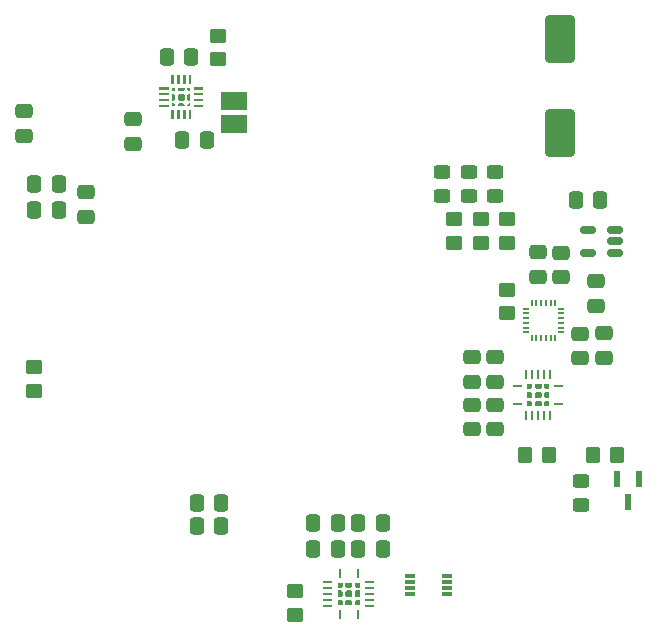
<source format=gbr>
%TF.GenerationSoftware,KiCad,Pcbnew,8.0.7*%
%TF.CreationDate,2025-01-14T18:40:28+07:00*%
%TF.ProjectId,Teensy4.0,5465656e-7379-4342-9e30-2e6b69636164,rev?*%
%TF.SameCoordinates,Original*%
%TF.FileFunction,Paste,Top*%
%TF.FilePolarity,Positive*%
%FSLAX46Y46*%
G04 Gerber Fmt 4.6, Leading zero omitted, Abs format (unit mm)*
G04 Created by KiCad (PCBNEW 8.0.7) date 2025-01-14 18:40:28*
%MOMM*%
%LPD*%
G01*
G04 APERTURE LIST*
G04 Aperture macros list*
%AMRoundRect*
0 Rectangle with rounded corners*
0 $1 Rounding radius*
0 $2 $3 $4 $5 $6 $7 $8 $9 X,Y pos of 4 corners*
0 Add a 4 corners polygon primitive as box body*
4,1,4,$2,$3,$4,$5,$6,$7,$8,$9,$2,$3,0*
0 Add four circle primitives for the rounded corners*
1,1,$1+$1,$2,$3*
1,1,$1+$1,$4,$5*
1,1,$1+$1,$6,$7*
1,1,$1+$1,$8,$9*
0 Add four rect primitives between the rounded corners*
20,1,$1+$1,$2,$3,$4,$5,0*
20,1,$1+$1,$4,$5,$6,$7,0*
20,1,$1+$1,$6,$7,$8,$9,0*
20,1,$1+$1,$8,$9,$2,$3,0*%
G04 Aperture macros list end*
%ADD10C,0.000000*%
%ADD11R,0.850000X0.300000*%
%ADD12RoundRect,0.250000X0.475000X-0.337500X0.475000X0.337500X-0.475000X0.337500X-0.475000X-0.337500X0*%
%ADD13RoundRect,0.250000X-0.475000X0.337500X-0.475000X-0.337500X0.475000X-0.337500X0.475000X0.337500X0*%
%ADD14RoundRect,0.250000X0.450000X-0.350000X0.450000X0.350000X-0.450000X0.350000X-0.450000X-0.350000X0*%
%ADD15RoundRect,0.250000X-0.450000X0.350000X-0.450000X-0.350000X0.450000X-0.350000X0.450000X0.350000X0*%
%ADD16RoundRect,0.250000X-0.337500X-0.475000X0.337500X-0.475000X0.337500X0.475000X-0.337500X0.475000X0*%
%ADD17RoundRect,0.250000X0.337500X0.475000X-0.337500X0.475000X-0.337500X-0.475000X0.337500X-0.475000X0*%
%ADD18RoundRect,0.050000X0.050000X-0.225000X0.050000X0.225000X-0.050000X0.225000X-0.050000X-0.225000X0*%
%ADD19RoundRect,0.050000X0.225000X0.050000X-0.225000X0.050000X-0.225000X-0.050000X0.225000X-0.050000X0*%
%ADD20RoundRect,0.250000X0.450000X-0.325000X0.450000X0.325000X-0.450000X0.325000X-0.450000X-0.325000X0*%
%ADD21RoundRect,0.250000X1.000000X-1.750000X1.000000X1.750000X-1.000000X1.750000X-1.000000X-1.750000X0*%
%ADD22RoundRect,0.250000X-0.350000X-0.450000X0.350000X-0.450000X0.350000X0.450000X-0.350000X0.450000X0*%
%ADD23R,2.260600X1.498600*%
%ADD24RoundRect,0.250000X0.350000X0.450000X-0.350000X0.450000X-0.350000X-0.450000X0.350000X-0.450000X0*%
%ADD25RoundRect,0.150000X0.512500X0.150000X-0.512500X0.150000X-0.512500X-0.150000X0.512500X-0.150000X0*%
%ADD26RoundRect,0.250000X-0.450000X0.325000X-0.450000X-0.325000X0.450000X-0.325000X0.450000X0.325000X0*%
%ADD27R,0.558800X1.422400*%
G04 APERTURE END LIST*
D10*
%TO.C,U3*%
G36*
X132680140Y-119070153D02*
G01*
X131931856Y-119070153D01*
X131931856Y-118891845D01*
X132680140Y-118891845D01*
X132680140Y-119070153D01*
G37*
G36*
X132680140Y-119570155D02*
G01*
X131931856Y-119570155D01*
X131931856Y-119391847D01*
X132680140Y-119391847D01*
X132680140Y-119570155D01*
G37*
G36*
X132680140Y-120070154D02*
G01*
X131931856Y-120070154D01*
X131931856Y-119891846D01*
X132680140Y-119891846D01*
X132680140Y-120070154D01*
G37*
G36*
X132680140Y-120570153D02*
G01*
X131931856Y-120570153D01*
X131931856Y-120391845D01*
X132680140Y-120391845D01*
X132680140Y-120570153D01*
G37*
G36*
X132680140Y-121070155D02*
G01*
X131931856Y-121070155D01*
X131931856Y-120891847D01*
X132680140Y-120891847D01*
X132680140Y-121070155D01*
G37*
G36*
X133414152Y-118624142D02*
G01*
X133235844Y-118624142D01*
X133235844Y-117875858D01*
X133414152Y-117875858D01*
X133414152Y-118624142D01*
G37*
G36*
X133414152Y-122086142D02*
G01*
X133235844Y-122086142D01*
X133235844Y-121337858D01*
X133414152Y-121337858D01*
X133414152Y-122086142D01*
G37*
G36*
X134914154Y-118624142D02*
G01*
X134735846Y-118624142D01*
X134735846Y-117875858D01*
X134914154Y-117875858D01*
X134914154Y-118624142D01*
G37*
G36*
X134914154Y-122086142D02*
G01*
X134735846Y-122086142D01*
X134735846Y-121337858D01*
X134914154Y-121337858D01*
X134914154Y-122086142D01*
G37*
G36*
X136218142Y-119070153D02*
G01*
X135469858Y-119070153D01*
X135469858Y-118891845D01*
X136218142Y-118891845D01*
X136218142Y-119070153D01*
G37*
G36*
X136218142Y-119570155D02*
G01*
X135469858Y-119570155D01*
X135469858Y-119391847D01*
X136218142Y-119391847D01*
X136218142Y-119570155D01*
G37*
G36*
X136218142Y-120070154D02*
G01*
X135469858Y-120070154D01*
X135469858Y-119891846D01*
X136218142Y-119891846D01*
X136218142Y-120070154D01*
G37*
G36*
X136218142Y-120570153D02*
G01*
X135469858Y-120570153D01*
X135469858Y-120391845D01*
X136218142Y-120391845D01*
X136218142Y-120570153D01*
G37*
G36*
X136218142Y-121070155D02*
G01*
X135469858Y-121070155D01*
X135469858Y-120891847D01*
X136218142Y-120891847D01*
X136218142Y-121070155D01*
G37*
G36*
X133581299Y-119345879D02*
G01*
X133439878Y-119487300D01*
X133124929Y-119487300D01*
X133124929Y-119030930D01*
X133581299Y-119030930D01*
X133581299Y-119345879D01*
G37*
G36*
X133581299Y-120616121D02*
G01*
X133581299Y-120931070D01*
X133124929Y-120931070D01*
X133124929Y-120474700D01*
X133439878Y-120474700D01*
X133581299Y-120616121D01*
G37*
G36*
X135025069Y-119487300D02*
G01*
X134710120Y-119487300D01*
X134568699Y-119345879D01*
X134568699Y-119030930D01*
X135025069Y-119030930D01*
X135025069Y-119487300D01*
G37*
G36*
X135025069Y-120931070D02*
G01*
X134568699Y-120931070D01*
X134568699Y-120616121D01*
X134710120Y-120474700D01*
X135025069Y-120474700D01*
X135025069Y-120931070D01*
G37*
G36*
X133581299Y-119828721D02*
G01*
X133581299Y-120133279D01*
X133439878Y-120274700D01*
X133124929Y-120274700D01*
X133124929Y-119687300D01*
X133439878Y-119687300D01*
X133581299Y-119828721D01*
G37*
G36*
X134368699Y-119345879D02*
G01*
X134227278Y-119487300D01*
X133922720Y-119487300D01*
X133781299Y-119345879D01*
X133781299Y-119030930D01*
X134368699Y-119030930D01*
X134368699Y-119345879D01*
G37*
G36*
X134368699Y-120616121D02*
G01*
X134368699Y-120931070D01*
X133781299Y-120931070D01*
X133781299Y-120616121D01*
X133922720Y-120474700D01*
X134227278Y-120474700D01*
X134368699Y-120616121D01*
G37*
G36*
X135025069Y-120274700D02*
G01*
X134710120Y-120274700D01*
X134568699Y-120133279D01*
X134568699Y-119828721D01*
X134710120Y-119687300D01*
X135025069Y-119687300D01*
X135025069Y-120274700D01*
G37*
G36*
X134368699Y-119828721D02*
G01*
X134368699Y-120133279D01*
X134227278Y-120274700D01*
X133922720Y-120274700D01*
X133781299Y-120133279D01*
X133781299Y-119828721D01*
X133922720Y-119687300D01*
X134227278Y-119687300D01*
X134368699Y-119828721D01*
G37*
%TO.C,U7*%
G36*
X148749442Y-102482853D02*
G01*
X148001158Y-102482853D01*
X148001158Y-102304545D01*
X148749442Y-102304545D01*
X148749442Y-102482853D01*
G37*
G36*
X148749442Y-103982855D02*
G01*
X148001158Y-103982855D01*
X148001158Y-103804547D01*
X148749442Y-103804547D01*
X148749442Y-103982855D01*
G37*
G36*
X149195453Y-101748841D02*
G01*
X149017145Y-101748841D01*
X149017145Y-101000557D01*
X149195453Y-101000557D01*
X149195453Y-101748841D01*
G37*
G36*
X149195453Y-105286843D02*
G01*
X149017145Y-105286843D01*
X149017145Y-104538559D01*
X149195453Y-104538559D01*
X149195453Y-105286843D01*
G37*
G36*
X149695455Y-101748841D02*
G01*
X149517147Y-101748841D01*
X149517147Y-101000557D01*
X149695455Y-101000557D01*
X149695455Y-101748841D01*
G37*
G36*
X149695455Y-105286843D02*
G01*
X149517147Y-105286843D01*
X149517147Y-104538559D01*
X149695455Y-104538559D01*
X149695455Y-105286843D01*
G37*
G36*
X150195454Y-101748841D02*
G01*
X150017146Y-101748841D01*
X150017146Y-101000557D01*
X150195454Y-101000557D01*
X150195454Y-101748841D01*
G37*
G36*
X150195454Y-105286843D02*
G01*
X150017146Y-105286843D01*
X150017146Y-104538559D01*
X150195454Y-104538559D01*
X150195454Y-105286843D01*
G37*
G36*
X150695453Y-101748841D02*
G01*
X150517145Y-101748841D01*
X150517145Y-101000557D01*
X150695453Y-101000557D01*
X150695453Y-101748841D01*
G37*
G36*
X150695453Y-105286843D02*
G01*
X150517145Y-105286843D01*
X150517145Y-104538559D01*
X150695453Y-104538559D01*
X150695453Y-105286843D01*
G37*
G36*
X151195455Y-101748841D02*
G01*
X151017147Y-101748841D01*
X151017147Y-101000557D01*
X151195455Y-101000557D01*
X151195455Y-101748841D01*
G37*
G36*
X151195455Y-105286843D02*
G01*
X151017147Y-105286843D01*
X151017147Y-104538559D01*
X151195455Y-104538559D01*
X151195455Y-105286843D01*
G37*
G36*
X152211442Y-102482853D02*
G01*
X151463158Y-102482853D01*
X151463158Y-102304545D01*
X152211442Y-102304545D01*
X152211442Y-102482853D01*
G37*
G36*
X152211442Y-103982855D02*
G01*
X151463158Y-103982855D01*
X151463158Y-103804547D01*
X152211442Y-103804547D01*
X152211442Y-103982855D01*
G37*
G36*
X149612600Y-102508579D02*
G01*
X149471179Y-102650000D01*
X149156230Y-102650000D01*
X149156230Y-102193630D01*
X149612600Y-102193630D01*
X149612600Y-102508579D01*
G37*
G36*
X149612600Y-103778821D02*
G01*
X149612600Y-104093770D01*
X149156230Y-104093770D01*
X149156230Y-103637400D01*
X149471179Y-103637400D01*
X149612600Y-103778821D01*
G37*
G36*
X151056370Y-102650000D02*
G01*
X150741421Y-102650000D01*
X150600000Y-102508579D01*
X150600000Y-102193630D01*
X151056370Y-102193630D01*
X151056370Y-102650000D01*
G37*
G36*
X151056370Y-104093770D02*
G01*
X150600000Y-104093770D01*
X150600000Y-103778821D01*
X150741421Y-103637400D01*
X151056370Y-103637400D01*
X151056370Y-104093770D01*
G37*
G36*
X149612600Y-102991421D02*
G01*
X149612600Y-103295979D01*
X149471179Y-103437400D01*
X149156230Y-103437400D01*
X149156230Y-102850000D01*
X149471179Y-102850000D01*
X149612600Y-102991421D01*
G37*
G36*
X150400000Y-102508579D02*
G01*
X150258579Y-102650000D01*
X149954021Y-102650000D01*
X149812600Y-102508579D01*
X149812600Y-102193630D01*
X150400000Y-102193630D01*
X150400000Y-102508579D01*
G37*
G36*
X150400000Y-103778821D02*
G01*
X150400000Y-104093770D01*
X149812600Y-104093770D01*
X149812600Y-103778821D01*
X149954021Y-103637400D01*
X150258579Y-103637400D01*
X150400000Y-103778821D01*
G37*
G36*
X151056370Y-103437400D02*
G01*
X150741421Y-103437400D01*
X150600000Y-103295979D01*
X150600000Y-102991421D01*
X150741421Y-102850000D01*
X151056370Y-102850000D01*
X151056370Y-103437400D01*
G37*
G36*
X150400000Y-102991421D02*
G01*
X150400000Y-103295979D01*
X150258579Y-103437400D01*
X149954021Y-103437400D01*
X149812600Y-103295979D01*
X149812600Y-102991421D01*
X149954021Y-102850000D01*
X150258579Y-102850000D01*
X150400000Y-102991421D01*
G37*
%TO.C,U4*%
G36*
X118816357Y-77286359D02*
G01*
X118016142Y-77286359D01*
X118016142Y-77056141D01*
X118816357Y-77056141D01*
X118816357Y-77286359D01*
G37*
G36*
X118816357Y-77786358D02*
G01*
X118016142Y-77786358D01*
X118016142Y-77556143D01*
X118816357Y-77556143D01*
X118816357Y-77786358D01*
G37*
G36*
X118816357Y-78286357D02*
G01*
X118016142Y-78286357D01*
X118016142Y-78056142D01*
X118816357Y-78056142D01*
X118816357Y-78286357D01*
G37*
G36*
X118816357Y-78786359D02*
G01*
X118016142Y-78786359D01*
X118016142Y-78556141D01*
X118816357Y-78556141D01*
X118816357Y-78786359D01*
G37*
G36*
X119256168Y-76846358D02*
G01*
X119025952Y-76846358D01*
X119025952Y-76046143D01*
X119256168Y-76046143D01*
X119256168Y-76846358D01*
G37*
G36*
X119256168Y-79796357D02*
G01*
X119025952Y-79796357D01*
X119025952Y-78996142D01*
X119256168Y-78996142D01*
X119256168Y-79796357D01*
G37*
G36*
X119756294Y-76846358D02*
G01*
X119526078Y-76846358D01*
X119526078Y-76046143D01*
X119756294Y-76046143D01*
X119756294Y-76846358D01*
G37*
G36*
X119756294Y-79796357D02*
G01*
X119526078Y-79796357D01*
X119526078Y-78996142D01*
X119756294Y-78996142D01*
X119756294Y-79796357D01*
G37*
G36*
X120256420Y-76846358D02*
G01*
X120026204Y-76846358D01*
X120026204Y-76046143D01*
X120256420Y-76046143D01*
X120256420Y-76846358D01*
G37*
G36*
X120256420Y-79796357D02*
G01*
X120026204Y-79796357D01*
X120026204Y-78996142D01*
X120256420Y-78996142D01*
X120256420Y-79796357D01*
G37*
G36*
X120756546Y-76846358D02*
G01*
X120526330Y-76846358D01*
X120526330Y-76046143D01*
X120756546Y-76046143D01*
X120756546Y-76846358D01*
G37*
G36*
X120756546Y-79796357D02*
G01*
X120526330Y-79796357D01*
X120526330Y-78996142D01*
X120756546Y-78996142D01*
X120756546Y-79796357D01*
G37*
G36*
X121766356Y-77286359D02*
G01*
X120966141Y-77286359D01*
X120966141Y-77056141D01*
X121766356Y-77056141D01*
X121766356Y-77286359D01*
G37*
G36*
X121766356Y-77786358D02*
G01*
X120966141Y-77786358D01*
X120966141Y-77556143D01*
X121766356Y-77556143D01*
X121766356Y-77786358D01*
G37*
G36*
X121766356Y-78286357D02*
G01*
X120966141Y-78286357D01*
X120966141Y-78056142D01*
X121766356Y-78056142D01*
X121766356Y-78286357D01*
G37*
G36*
X121766356Y-78786359D02*
G01*
X120966141Y-78786359D01*
X120966141Y-78556141D01*
X121766356Y-78556141D01*
X121766356Y-78786359D01*
G37*
G36*
X119397549Y-77286129D02*
G01*
X119256128Y-77427550D01*
X119116179Y-77427550D01*
X119116179Y-77146180D01*
X119397549Y-77146180D01*
X119397549Y-77286129D01*
G37*
G36*
X119397549Y-78556371D02*
G01*
X119397549Y-78696320D01*
X119116179Y-78696320D01*
X119116179Y-78414950D01*
X119256128Y-78414950D01*
X119397549Y-78556371D01*
G37*
G36*
X120666319Y-77427550D02*
G01*
X120526370Y-77427550D01*
X120384949Y-77286129D01*
X120384949Y-77146180D01*
X120666319Y-77146180D01*
X120666319Y-77427550D01*
G37*
G36*
X120666319Y-78696320D02*
G01*
X120384949Y-78696320D01*
X120384949Y-78556371D01*
X120526370Y-78414950D01*
X120666319Y-78414950D01*
X120666319Y-78696320D01*
G37*
G36*
X119397549Y-77768971D02*
G01*
X119397549Y-78073529D01*
X119256128Y-78214950D01*
X119116179Y-78214950D01*
X119116179Y-77627550D01*
X119256128Y-77627550D01*
X119397549Y-77768971D01*
G37*
G36*
X120184949Y-77286129D02*
G01*
X120043528Y-77427550D01*
X119738970Y-77427550D01*
X119597549Y-77286129D01*
X119597549Y-77146180D01*
X120184949Y-77146180D01*
X120184949Y-77286129D01*
G37*
G36*
X120184949Y-78556371D02*
G01*
X120184949Y-78696320D01*
X119597549Y-78696320D01*
X119597549Y-78556371D01*
X119738970Y-78414950D01*
X120043528Y-78414950D01*
X120184949Y-78556371D01*
G37*
G36*
X120666319Y-78214950D02*
G01*
X120526370Y-78214950D01*
X120384949Y-78073529D01*
X120384949Y-77768971D01*
X120526370Y-77627550D01*
X120666319Y-77627550D01*
X120666319Y-78214950D01*
G37*
G36*
X120184949Y-77768971D02*
G01*
X120184949Y-78073529D01*
X120043528Y-78214950D01*
X119738970Y-78214950D01*
X119597549Y-78073529D01*
X119597549Y-77768971D01*
X119738970Y-77627550D01*
X120043528Y-77627550D01*
X120184949Y-77768971D01*
G37*
%TD*%
D11*
%TO.C,IC2*%
X139250000Y-118500000D03*
X139250000Y-119000000D03*
X139250000Y-119500000D03*
X139250000Y-120000000D03*
X142400000Y-120000000D03*
X142400000Y-119500000D03*
X142400000Y-119000000D03*
X142400000Y-118500000D03*
%TD*%
D12*
%TO.C,C24*%
X144500000Y-102037500D03*
X144500000Y-99962500D03*
%TD*%
D13*
%TO.C,C23*%
X146500000Y-99962500D03*
X146500000Y-102037500D03*
%TD*%
D14*
%TO.C,R11*%
X145250000Y-90250000D03*
X145250000Y-88250000D03*
%TD*%
D15*
%TO.C,R1*%
X123018750Y-72718750D03*
X123018750Y-74718750D03*
%TD*%
%TO.C,R2*%
X147468799Y-94243701D03*
X147468799Y-96243701D03*
%TD*%
D16*
%TO.C,C17*%
X134887500Y-116200000D03*
X136962500Y-116200000D03*
%TD*%
D17*
%TO.C,C2*%
X109537500Y-85250000D03*
X107462500Y-85250000D03*
%TD*%
D18*
%TO.C,U6*%
X149568799Y-98343701D03*
X149968799Y-98343701D03*
X150368799Y-98343701D03*
X150768799Y-98343701D03*
X151168799Y-98343701D03*
X151568799Y-98343701D03*
D19*
X152068799Y-97843701D03*
X152068799Y-97443701D03*
X152068799Y-97043701D03*
X152068799Y-96643701D03*
X152068799Y-96243701D03*
X152068799Y-95843701D03*
D18*
X151568799Y-95343701D03*
X151168799Y-95343701D03*
X150768799Y-95343701D03*
X150368799Y-95343701D03*
X149968799Y-95343701D03*
X149568799Y-95343701D03*
D19*
X149068799Y-95843701D03*
X149068799Y-96243701D03*
X149068799Y-96643701D03*
X149068799Y-97043701D03*
X149068799Y-97443701D03*
X149068799Y-97843701D03*
%TD*%
D14*
%TO.C,R13*%
X147500000Y-90250000D03*
X147500000Y-88250000D03*
%TD*%
D16*
%TO.C,C21*%
X131087500Y-116200000D03*
X133162500Y-116200000D03*
%TD*%
D20*
%TO.C,VCC*%
X146500000Y-86275000D03*
X146500000Y-84225000D03*
%TD*%
D13*
%TO.C,C18*%
X155668799Y-97906201D03*
X155668799Y-99981201D03*
%TD*%
D12*
%TO.C,C14*%
X111800000Y-88037500D03*
X111800000Y-85962500D03*
%TD*%
D21*
%TO.C,C13*%
X152000000Y-81000000D03*
X152000000Y-73000000D03*
%TD*%
D12*
%TO.C,C16*%
X144500000Y-106037500D03*
X144500000Y-103962500D03*
%TD*%
D14*
%TO.C,R3*%
X143000000Y-90250000D03*
X143000000Y-88250000D03*
%TD*%
%TO.C,R9*%
X129500000Y-121750000D03*
X129500000Y-119750000D03*
%TD*%
D16*
%TO.C,C3*%
X121212500Y-112250000D03*
X123287500Y-112250000D03*
%TD*%
D13*
%TO.C,C7*%
X154968799Y-93506201D03*
X154968799Y-95581201D03*
%TD*%
%TO.C,C11*%
X152078799Y-91093701D03*
X152078799Y-93168701D03*
%TD*%
D14*
%TO.C,R7*%
X107400000Y-102810000D03*
X107400000Y-100810000D03*
%TD*%
D20*
%TO.C,3V3*%
X142000000Y-86275000D03*
X142000000Y-84225000D03*
%TD*%
D12*
%TO.C,C6*%
X115818750Y-81856250D03*
X115818750Y-79781250D03*
%TD*%
D16*
%TO.C,C20*%
X131087500Y-113950000D03*
X133162500Y-113950000D03*
%TD*%
D22*
%TO.C,R4*%
X154774000Y-108215200D03*
X156774000Y-108215200D03*
%TD*%
D16*
%TO.C,C8*%
X153281299Y-86593701D03*
X155356299Y-86593701D03*
%TD*%
D20*
%TO.C,5V*%
X144250000Y-86275000D03*
X144250000Y-84225000D03*
%TD*%
D16*
%TO.C,C15*%
X121212500Y-114250000D03*
X123287500Y-114250000D03*
%TD*%
D23*
%TO.C,L1*%
X124318750Y-80171250D03*
X124318750Y-78266250D03*
%TD*%
D24*
%TO.C,R14*%
X151000000Y-108250000D03*
X149000000Y-108250000D03*
%TD*%
D13*
%TO.C,C19*%
X153658799Y-97968701D03*
X153658799Y-100043701D03*
%TD*%
D25*
%TO.C,U5*%
X156593799Y-91093701D03*
X156593799Y-90143701D03*
X156593799Y-89193701D03*
X154318799Y-89193701D03*
X154318799Y-91093701D03*
%TD*%
D17*
%TO.C,C5*%
X120756250Y-74518750D03*
X118681250Y-74518750D03*
%TD*%
D26*
%TO.C,D3*%
X153774000Y-110440200D03*
X153774000Y-112490200D03*
%TD*%
D13*
%TO.C,C12*%
X150068799Y-91056201D03*
X150068799Y-93131201D03*
%TD*%
D27*
%TO.C,U8*%
X158655000Y-110250000D03*
X156750000Y-110250000D03*
X157702500Y-112180400D03*
%TD*%
D17*
%TO.C,C4*%
X122056250Y-81518750D03*
X119981250Y-81518750D03*
%TD*%
D16*
%TO.C,C10*%
X134887500Y-113950000D03*
X136962500Y-113950000D03*
%TD*%
D13*
%TO.C,C22*%
X146500000Y-103962500D03*
X146500000Y-106037500D03*
%TD*%
D17*
%TO.C,C1*%
X109537500Y-87500000D03*
X107462500Y-87500000D03*
%TD*%
D12*
%TO.C,C9*%
X106600000Y-79125000D03*
X106600000Y-81200000D03*
%TD*%
M02*

</source>
